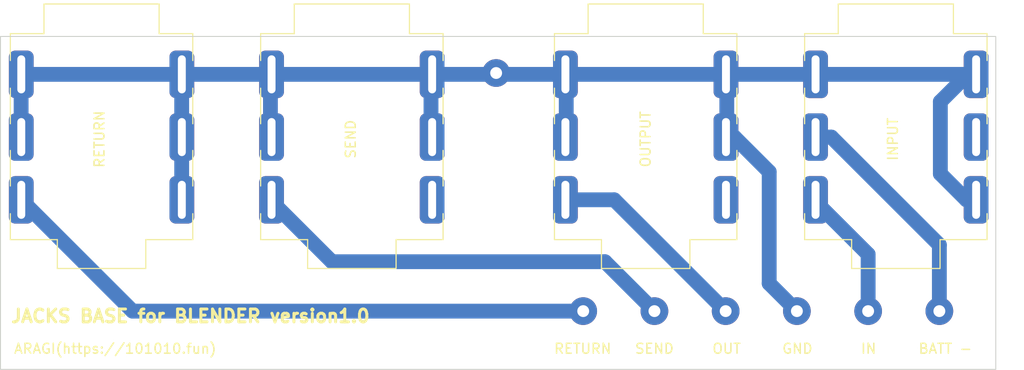
<source format=kicad_pcb>
(kicad_pcb (version 20211014) (generator pcbnew)
  (layers (0 "F.Cu" signal) (31 "B.Cu" signal) (34 "B.Paste" user) (35 "F.Paste" user) (36 "B.SilkS" user "B.Silkscreen") (37 "F.SilkS" user "F.Silkscreen") (38 "B.Mask" user) (39 "F.Mask" user) (44 "Edge.Cuts" user))
  (net 0 "")
  (net 1 "Net-(J1-PadR)")
  (net 2 "GND")
  (net 3 "Net-(J1-PadT)")
  (net 5 "Net-(J5-Pad1)")
  (net 7 "Net-(J7-PadT)")
  (net 9 "Net-(J11-PadT)")
  (footprint "My_Parts:Header_Pin_1p_Large" (layer "F.Cu") (at 149.8 80.1)
    (fp_text reference "J3" hide)
    (fp_text value "To board IN")
    (pad "1" thru_hole circle (at 0 0) (size 2.8 2.8) (drill 1.2) (layers *.Cu *.Mask) (net 3 "Net-(J1-PadT)"))
  )
  (footprint "My_Parts:Header_Pin_1p_Large" (layer "F.Cu") (at 121 80.1)
    (fp_text reference "J9" hide)
    (fp_text value "To board  RETURN")
    (pad "1" thru_hole circle (at 0 0) (size 2.8 2.8) (drill 1.2) (layers *.Cu *.Mask) (net 9 "Net-(J11-PadT)"))
  )
  (footprint "My_Parts:Header_Pin_1p_Large" (layer "F.Cu") (at 112.2 56)
    (fp_text reference "J10" hide)
    (fp_text value "EARTH")
    (pad "1" thru_hole circle (at 0 0) (size 2.8 2.8) (drill 1.2) (layers *.Cu *.Mask) (net 2 "GND"))
  )
  (footprint "My_Parts:Header_Pin_1p_Large" (layer "F.Cu") (at 142.6 80.1)
    (fp_text reference "J2" hide)
    (fp_text value "To board GND")
    (pad "1" thru_hole circle (at 0 0) (size 2.8 2.8) (drill 1.2) (layers *.Cu *.Mask) (net 2 "GND"))
  )
  (footprint "My_Parts:Header_Pin_1p_Large" (layer "F.Cu") (at 157 80.1)
    (fp_text reference "J4" hide)
    (fp_text value "From battery minus")
    (pad "1" thru_hole circle (at 0 0) (size 2.8 2.8) (drill 1.2) (layers *.Cu *.Mask) (net 1 "Net-(J1-PadR)"))
  )
  (footprint "My_Parts:Header_Pin_1p_Large" (layer "F.Cu") (at 135.4 80.1)
    (fp_text reference "J5" hide)
    (fp_text value "To board OUT")
    (pad "1" thru_hole circle (at 0 0) (size 2.8 2.8) (drill 1.2) (layers *.Cu *.Mask) (net 5 "Net-(J5-Pad1)"))
  )
  (footprint "My_Parts:Jack_6.35mm_Neutrik_6P" (layer "F.Cu") (at 144.485 68.835 90)
    (fp_text reference "J1" hide)
    (fp_text value "INPUT")
    (fp_line (start -6.95 12.545) (end -6.95 3.645) (layer "F.SilkS") (width 0.12))
    (fp_line (start 1.4 -1.105) (end 5 -1.105) (layer "F.SilkS") (width 0.12))
    (fp_line (start 5 17.335) (end 1.4 17.335) (layer "F.SilkS") (width 0.12))
    (fp_line (start 16.82 -1.105) (end 14.1 -1.105) (layer "F.SilkS") (width 0.12))
    (fp_line (start -4.03 -1.105) (end -1.4 -1.105) (layer "F.SilkS") (width 0.12))
    (fp_line (start 11.3 17.335) (end 7.7 17.335) (layer "F.SilkS") (width 0.12))
    (fp_line (start -4.03 3.645) (end -4.03 -1.105) (layer "F.SilkS") (width 0.12))
    (fp_line (start 19.82 13.935) (end 19.82 2.295) (layer "F.SilkS") (width 0.12))
    (fp_line (start -1.4 17.335) (end -4.03 17.335) (layer "F.SilkS") (width 0.12))
    (fp_line (start 16.82 13.935) (end 19.82 13.935) (layer "F.SilkS") (width 0.12))
    (fp_line (start -6.95 3.645) (end -4.03 3.645) (layer "F.SilkS") (width 0.12))
    (fp_line (start 16.82 2.295) (end 19.82 2.295) (layer "F.SilkS") (width 0.12))
    (fp_line (start 16.82 2.295) (end 16.82 -1.105) (layer "F.SilkS") (width 0.12))
    (fp_line (start -4.03 17.335) (end -4.03 12.585) (layer "F.SilkS") (width 0.12))
    (fp_line (start 7.7 -1.105) (end 11.3 -1.105) (layer "F.SilkS") (width 0.12))
    (fp_line (start 16.82 17.335) (end 14.1 17.335) (layer "F.SilkS") (width 0.12))
    (fp_line (start 16.82 17.335) (end 16.82 13.935) (layer "F.SilkS") (width 0.12))
    (fp_line (start -6.95 12.585) (end -4.03 12.585) (layer "F.SilkS") (width 0.12))
    (pad "R" thru_hole roundrect (at 6.35 0 90) (size 4.8 2.5) (drill oval 3.85 0.8) (layers *.Cu *.Mask) (net 1 "Net-(J1-PadR)"))
    (pad "RN" thru_hole roundrect (at 6.35 16.23 90) (size 4.8 2.5) (drill oval 3.85 0.8) (layers *.Cu *.Mask))
    (pad "S" thru_hole roundrect (at 12.7 0 90) (size 4.8 2.5) (drill oval 3.85 0.8) (layers *.Cu *.Mask) (net 2 "GND"))
    (pad "SN" thru_hole roundrect (at 12.7 16.23 90) (size 4.8 2.5) (drill oval 3.85 0.8) (layers *.Cu *.Mask) (net 2 "GND"))
    (pad "T" thru_hole roundrect (at 0 0 90) (size 4.8 2.5) (drill oval 3.85 0.8) (layers *.Cu *.Mask) (net 3 "Net-(J1-PadT)"))
    (pad "TN" thru_hole roundrect (at 0 16.23 90) (size 4.8 2.5) (drill oval 3.85 0.8) (layers *.Cu *.Mask) (net 2 "GND"))
  )
  (footprint "My_Parts:Jack_6.35mm_Neutrik_6P" (layer "F.Cu") (at 89.5 68.835 90)
    (fp_text reference "J7" hide)
    (fp_text value "SEND")
    (fp_line (start 7.7 -1.105) (end 11.3 -1.105) (layer "F.SilkS") (width 0.12))
    (fp_line (start 16.82 13.935) (end 19.82 13.935) (layer "F.SilkS") (width 0.12))
    (fp_line (start 19.82 13.935) (end 19.82 2.295) (layer "F.SilkS") (width 0.12))
    (fp_line (start 16.82 2.295) (end 19.82 2.295) (layer "F.SilkS") (width 0.12))
    (fp_line (start -6.95 3.645) (end -4.03 3.645) (layer "F.SilkS") (width 0.12))
    (fp_line (start -4.03 -1.105) (end -1.4 -1.105) (layer "F.SilkS") (width 0.12))
    (fp_line (start 16.82 17.335) (end 14.1 17.335) (layer "F.SilkS") (width 0.12))
    (fp_line (start -6.95 12.545) (end -6.95 3.645) (layer "F.SilkS") (width 0.12))
    (fp_line (start -4.03 3.645) (end -4.03 -1.105) (layer "F.SilkS") (width 0.12))
    (fp_line (start -4.03 17.335) (end -4.03 12.585) (layer "F.SilkS") (width 0.12))
    (fp_line (start 16.82 -1.105) (end 14.1 -1.105) (layer "F.SilkS") (width 0.12))
    (fp_line (start 5 17.335) (end 1.4 17.335) (layer "F.SilkS") (width 0.12))
    (fp_line (start 16.82 17.335) (end 16.82 13.935) (layer "F.SilkS") (width 0.12))
    (fp_line (start 16.82 2.295) (end 16.82 -1.105) (layer "F.SilkS") (width 0.12))
    (fp_line (start -1.4 17.335) (end -4.03 17.335) (layer "F.SilkS") (width 0.12))
    (fp_line (start 11.3 17.335) (end 7.7 17.335) (layer "F.SilkS") (width 0.12))
    (fp_line (start -6.95 12.585) (end -4.03 12.585) (layer "F.SilkS") (width 0.12))
    (fp_line (start 1.4 -1.105) (end 5 -1.105) (layer "F.SilkS") (width 0.12))
    (pad "R" thru_hole roundrect (at 6.35 0 90) (size 4.8 2.5) (drill oval 3.85 0.8) (layers *.Cu *.Mask) (net 2 "GND"))
    (pad "RN" thru_hole roundrect (at 6.35 16.23 90) (size 4.8 2.5) (drill oval 3.85 0.8) (layers *.Cu *.Mask) (net 2 "GND"))
    (pad "S" thru_hole roundrect (at 12.7 0 90) (size 4.8 2.5) (drill oval 3.85 0.8) (layers *.Cu *.Mask) (net 2 "GND"))
    (pad "SN" thru_hole roundrect (at 12.7 16.23 90) (size 4.8 2.5) (drill oval 3.85 0.8) (layers *.Cu *.Mask) (net 2 "GND"))
    (pad "T" thru_hole roundrect (at 0 0 90) (size 4.8 2.5) (drill oval 3.85 0.8) (layers *.Cu *.Mask) (net 7 "Net-(J7-PadT)"))
    (pad "TN" thru_hole roundrect (at 0 16.23 90) (size 4.8 2.5) (drill oval 3.85 0.8) (layers *.Cu *.Mask))
  )
  (footprint "My_Parts:Header_Pin_1p_Large" (layer "F.Cu") (at 128.2 80.1)
    (fp_text reference "J8" hide)
    (fp_text value "To board SEND")
    (pad "1" thru_hole circle (at 0 0) (size 2.8 2.8) (drill 1.2) (layers *.Cu *.Mask) (net 7 "Net-(J7-PadT)"))
  )
  (footprint "My_Parts:Jack_6.35mm_Neutrik_6P" (layer "F.Cu") (at 64.2 68.835 90)
    (fp_text reference "J11" hide)
    (fp_text value "RETURN")
    (fp_line (start 16.82 17.335) (end 14.1 17.335) (layer "F.SilkS") (width 0.12))
    (fp_line (start 11.3 17.335) (end 7.7 17.335) (layer "F.SilkS") (width 0.12))
    (fp_line (start 1.4 -1.105) (end 5 -1.105) (layer "F.SilkS") (width 0.12))
    (fp_line (start -4.03 3.645) (end -4.03 -1.105) (layer "F.SilkS") (width 0.12))
    (fp_line (start 5 17.335) (end 1.4 17.335) (layer "F.SilkS") (width 0.12))
    (fp_line (start 16.82 2.295) (end 19.82 2.295) (layer "F.SilkS") (width 0.12))
    (fp_line (start 16.82 2.295) (end 16.82 -1.105) (layer "F.SilkS") (width 0.12))
    (fp_line (start 19.82 13.935) (end 19.82 2.295) (layer "F.SilkS") (width 0.12))
    (fp_line (start 16.82 13.935) (end 19.82 13.935) (layer "F.SilkS") (width 0.12))
    (fp_line (start -6.95 12.585) (end -4.03 12.585) (layer "F.SilkS") (width 0.12))
    (fp_line (start -4.03 17.335) (end -4.03 12.585) (layer "F.SilkS") (width 0.12))
    (fp_line (start -4.03 -1.105) (end -1.4 -1.105) (layer "F.SilkS") (width 0.12))
    (fp_line (start 16.82 17.335) (end 16.82 13.935) (layer "F.SilkS") (width 0.12))
    (fp_line (start 16.82 -1.105) (end 14.1 -1.105) (layer "F.SilkS") (width 0.12))
    (fp_line (start 7.7 -1.105) (end 11.3 -1.105) (layer "F.SilkS") (width 0.12))
    (fp_line (start -1.4 17.335) (end -4.03 17.335) (layer "F.SilkS") (width 0.12))
    (fp_line (start -6.95 12.545) (end -6.95 3.645) (layer "F.SilkS") (width 0.12))
    (fp_line (start -6.95 3.645) (end -4.03 3.645) (layer "F.SilkS") (width 0.12))
    (pad "R" thru_hole roundrect (at 6.35 0 90) (size 4.8 2.5) (drill oval 3.85 0.8) (layers *.Cu *.Mask) (net 2 "GND"))
    (pad "RN" thru_hole roundrect (at 6.35 16.23 90) (size 4.8 2.5) (drill oval 3.85 0.8) (layers *.Cu *.Mask) (net 2 "GND"))
    (pad "S" thru_hole roundrect (at 12.7 0 90) (size 4.8 2.5) (drill oval 3.85 0.8) (layers *.Cu *.Mask) (net 2 "GND"))
    (pad "SN" thru_hole roundrect (at 12.7 16.23 90) (size 4.8 2.5) (drill oval 3.85 0.8) (layers *.Cu *.Mask) (net 2 "GND"))
    (pad "T" thru_hole roundrect (at 0 0 90) (size 4.8 2.5) (drill oval 3.85 0.8) (layers *.Cu *.Mask) (net 9 "Net-(J11-PadT)"))
    (pad "TN" thru_hole roundrect (at 0 16.23 90) (size 4.8 2.5) (drill oval 3.85 0.8) (layers *.Cu *.Mask) (net 2 "GND"))
  )
  (footprint "My_Parts:Jack_6.35mm_Neutrik_6P" (layer "F.Cu") (at 119.2 68.835 90)
    (fp_text reference "J6" hide)
    (fp_text value "OUTPUT")
    (fp_line (start 19.82 13.935) (end 19.82 2.295) (layer "F.SilkS") (width 0.12))
    (fp_line (start 11.3 17.335) (end 7.7 17.335) (layer "F.SilkS") (width 0.12))
    (fp_line (start 16.82 13.935) (end 19.82 13.935) (layer "F.SilkS") (width 0.12))
    (fp_line (start -1.4 17.335) (end -4.03 17.335) (layer "F.SilkS") (width 0.12))
    (fp_line (start -4.03 17.335) (end -4.03 12.585) (layer "F.SilkS") (width 0.12))
    (fp_line (start -6.95 12.585) (end -4.03 12.585) (layer "F.SilkS") (width 0.12))
    (fp_line (start -6.95 3.645) (end -4.03 3.645) (layer "F.SilkS") (width 0.12))
    (fp_line (start 1.4 -1.105) (end 5 -1.105) (layer "F.SilkS") (width 0.12))
    (fp_line (start 7.7 -1.105) (end 11.3 -1.105) (layer "F.SilkS") (width 0.12))
    (fp_line (start 16.82 17.335) (end 16.82 13.935) (layer "F.SilkS") (width 0.12))
    (fp_line (start 16.82 2.295) (end 19.82 2.295) (layer "F.SilkS") (width 0.12))
    (fp_line (start -4.03 3.645) (end -4.03 -1.105) (layer "F.SilkS") (width 0.12))
    (fp_line (start 5 17.335) (end 1.4 17.335) (layer "F.SilkS") (width 0.12))
    (fp_line (start 16.82 17.335) (end 14.1 17.335) (layer "F.SilkS") (width 0.12))
    (fp_line (start -4.03 -1.105) (end -1.4 -1.105) (layer "F.SilkS") (width 0.12))
    (fp_line (start 16.82 -1.105) (end 14.1 -1.105) (layer "F.SilkS") (width 0.12))
    (fp_line (start 16.82 2.295) (end 16.82 -1.105) (layer "F.SilkS") (width 0.12))
    (fp_line (start -6.95 12.545) (end -6.95 3.645) (layer "F.SilkS") (width 0.12))
    (pad "R" thru_hole roundrect (at 6.35 0 90) (size 4.8 2.5) (drill oval 3.85 0.8) (layers *.Cu *.Mask) (net 2 "GND"))
    (pad "RN" thru_hole roundrect (at 6.35 16.23 90) (size 4.8 2.5) (drill oval 3.85 0.8) (layers *.Cu *.Mask) (net 2 "GND"))
    (pad "S" thru_hole roundrect (at 12.7 0 90) (size 4.8 2.5) (drill oval 3.85 0.8) (layers *.Cu *.Mask) (net 2 "GND"))
    (pad "SN" thru_hole roundrect (at 12.7 16.23 90) (size 4.8 2.5) (drill oval 3.85 0.8) (layers *.Cu *.Mask) (net 2 "GND"))
    (pad "T" thru_hole roundrect (at 0 0 90) (size 4.8 2.5) (drill oval 3.85 0.8) (layers *.Cu *.Mask) (net 5 "Net-(J5-Pad1)"))
    (pad "TN" thru_hole roundrect (at 0 16.23 90) (size 4.8 2.5) (drill oval 3.85 0.8) (layers *.Cu *.Mask))
  )
  (gr_rect (start 62.1 52.3) (end 162.7 86) (layer "Edge.Cuts") (width 0.1) (fill none))
  (gr_text "OUTPUT" (at 127.3 62.7 90) (layer "F.SilkS") (effects (font (size 1 1))))
  (gr_text "SEND" (at 97.5 62.699999 90) (layer "F.SilkS") (effects (font (size 1 1))))
  (gr_text "JACKS BASE for BLENDER version1.0" (at 81.3 80.6) (layer "F.SilkS") (effects (font (size 1.3 1.3) (thickness 0.3))))
  (gr_text "RETURN" (at 120.949999 83.9) (layer "F.SilkS") (effects (font (size 1 1))))
  (gr_text "ARAGI(https://101010.fun)" (at 73.7 83.9) (layer "F.SilkS") (effects (font (size 1 1))))
  (gr_text "RETURN" (at 72.1 62.7 90) (layer "F.SilkS") (effects (font (size 1 1))))
  (gr_text "IN" (at 149.849999 83.9) (layer "F.SilkS") (effects (font (size 1 1))))
  (gr_text "GND" (at 142.649999 83.9) (layer "F.SilkS") (effects (font (size 1 1))))
  (gr_text "INPUT" (at 152.3 62.7 90) (layer "F.SilkS") (effects (font (size 1 1))))
  (gr_text "SEND" (at 128.2 83.9) (layer "F.SilkS") (effects (font (size 1 1))))
  (gr_text "OUT" (at 135.5 83.9) (layer "F.SilkS") (effects (font (size 1 1))))
  (gr_text "BATT -" (at 157.6 83.9) (layer "F.SilkS") (effects (font (size 1 1))))
  (segment (start 144.285 62.485) (end 146.085 62.485) (width 1.5) (layer "B.Cu") (net 1))
  (segment (start 146.085 62.485) (end 157 73.4) (width 1.5) (layer "B.Cu") (net 1))
  (segment (start 157 73.4) (end 157 80.1) (width 1.5) (layer "B.Cu") (net 1))
  (segment (start 139.8 77.3) (end 142.6 80.1) (width 1.5) (layer "B.Cu") (net 2))
  (segment (start 160.515 56.135) (end 159.865 56.135) (width 1.5) (layer "B.Cu") (net 2))
  (segment (start 89.385 56.135) (end 89.385 62.485) (width 1.5) (layer "B.Cu") (net 2))
  (segment (start 89.385 56.135) (end 105.615 56.135) (width 1.5) (layer "B.Cu") (net 2))
  (segment (start 157.1 58.9) (end 157.1 66.2) (width 1.5) (layer "B.Cu") (net 2))
  (segment (start 105.615 56.135) (end 119.285 56.135) (width 1.5) (layer "B.Cu") (net 2))
  (segment (start 105.615 62.485) (end 105.615 56.135) (width 1.5) (layer "B.Cu") (net 2))
  (segment (start 139.8 66) (end 139.8 77.3) (width 1.5) (layer "B.Cu") (net 2))
  (segment (start 135.515 62.485) (end 135.515 56.135) (width 1.5) (layer "B.Cu") (net 2))
  (segment (start 159.865 56.135) (end 157.1 58.9) (width 1.5) (layer "B.Cu") (net 2))
  (segment (start 136.285 62.485) (end 139.8 66) (width 1.5) (layer "B.Cu") (net 2))
  (segment (start 135.515 62.485) (end 136.285 62.485) (width 1.5) (layer "B.Cu") (net 2))
  (segment (start 144.285 56.135) (end 160.515 56.135) (width 1.5) (layer "B.Cu") (net 2))
  (segment (start 119.285 56.135) (end 135.515 56.135) (width 1.5) (layer "B.Cu") (net 2))
  (segment (start 80.415 56.135) (end 89.385 56.135) (width 1.5) (layer "B.Cu") (net 2))
  (segment (start 119.285 56.135) (end 119.285 62.485) (width 1.5) (layer "B.Cu") (net 2))
  (segment (start 80.415 68.835) (end 80.415 56.135) (width 1.5) (layer "B.Cu") (net 2))
  (segment (start 64.185 56.135) (end 80.415 56.135) (width 1.5) (layer "B.Cu") (net 2))
  (segment (start 64.185 62.485) (end 64.185 56.135) (width 1.5) (layer "B.Cu") (net 2))
  (segment (start 135.515 56.135) (end 144.285 56.135) (width 1.5) (layer "B.Cu") (net 2))
  (segment (start 159.735 68.835) (end 160.515 68.835) (width 1.5) (layer "B.Cu") (net 2))
  (segment (start 157.1 66.2) (end 159.735 68.835) (width 1.5) (layer "B.Cu") (net 2))
  (segment (start 144.285 68.835) (end 149.8 74.35) (width 1.5) (layer "B.Cu") (net 3))
  (segment (start 149.8 74.35) (end 149.8 80.1) (width 1.5) (layer "B.Cu") (net 3))
  (segment (start 124.135 68.835) (end 135.4 80.1) (width 1.5) (layer "B.Cu") (net 5))
  (segment (start 119.285 68.835) (end 124.135 68.835) (width 1.5) (layer "B.Cu") (net 5))
  (segment (start 123.2 75.1) (end 128.2 80.1) (width 1.5) (layer "B.Cu") (net 7))
  (segment (start 95.6 75.1) (end 123.2 75.1) (width 1.5) (layer "B.Cu") (net 7))
  (segment (start 89.385 68.885) (end 95.6 75.1) (width 1.5) (layer "B.Cu") (net 7))
  (segment (start 89.385 68.835) (end 89.385 68.885) (width 1.5) (layer "B.Cu") (net 7))
  (segment (start 121 80.1) (end 75.45 80.1) (width 1.5) (layer "B.Cu") (net 9))
  (segment (start 75.45 80.1) (end 64.185 68.835) (width 1.5) (layer "B.Cu") (net 9))
)
</source>
